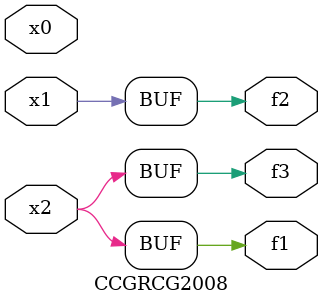
<source format=v>
module CCGRCG2008(
	input x0, x1, x2,
	output f1, f2, f3
);
	assign f1 = x2;
	assign f2 = x1;
	assign f3 = x2;
endmodule

</source>
